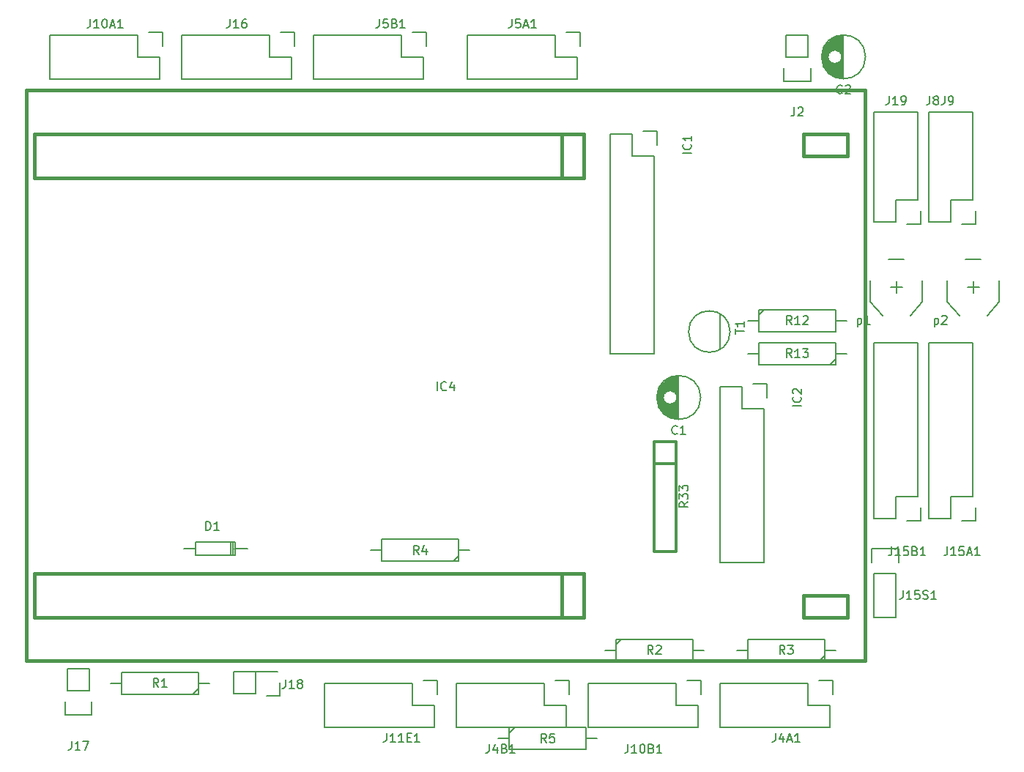
<source format=gbr>
G04 #@! TF.FileFunction,Legend,Top*
%FSLAX46Y46*%
G04 Gerber Fmt 4.6, Leading zero omitted, Abs format (unit mm)*
G04 Created by KiCad (PCBNEW 4.0.2-stable) date 14/07/2016 11:44:37*
%MOMM*%
G01*
G04 APERTURE LIST*
%ADD10C,0.100000*%
%ADD11C,0.381000*%
%ADD12C,0.150000*%
%ADD13C,0.317500*%
%ADD14C,0.304800*%
%ADD15C,0.203200*%
G04 APERTURE END LIST*
D10*
D11*
X201370000Y-106680000D02*
X196290000Y-106680000D01*
X201370000Y-109220000D02*
X201370000Y-106680000D01*
X196290000Y-109220000D02*
X201370000Y-109220000D01*
X196290000Y-106680000D02*
X196290000Y-109220000D01*
X196290000Y-53340000D02*
X196290000Y-55880000D01*
X196290000Y-55880000D02*
X201370000Y-55880000D01*
X201370000Y-55880000D02*
X201370000Y-53340000D01*
X201370000Y-53340000D02*
X196290000Y-53340000D01*
X107390000Y-104140000D02*
X170890000Y-104140000D01*
X170890000Y-104140000D02*
X170890000Y-109220000D01*
X107390000Y-104140000D02*
X107390000Y-109220000D01*
X107390000Y-109220000D02*
X170890000Y-109220000D01*
X168338500Y-104140000D02*
X168338500Y-109220000D01*
X168338500Y-53340000D02*
X168338500Y-58420000D01*
X107390000Y-58420000D02*
X170890000Y-58420000D01*
X203440000Y-48280000D02*
X106440000Y-48280000D01*
X106440000Y-114280000D02*
X203440000Y-114280000D01*
X203440000Y-114280000D02*
X203440000Y-48280000D01*
X106440000Y-114280000D02*
X106440000Y-48280000D01*
X107390000Y-53340000D02*
X107390000Y-58420000D01*
X170890000Y-53340000D02*
X170890000Y-58420000D01*
X107390000Y-53340000D02*
X170890000Y-53340000D01*
D12*
X181805000Y-86319000D02*
X181805000Y-81321000D01*
X181665000Y-86311000D02*
X181665000Y-83974000D01*
X181665000Y-83666000D02*
X181665000Y-81329000D01*
X181525000Y-86295000D02*
X181525000Y-84293000D01*
X181525000Y-83347000D02*
X181525000Y-81345000D01*
X181385000Y-86271000D02*
X181385000Y-84440000D01*
X181385000Y-83200000D02*
X181385000Y-81369000D01*
X181245000Y-86238000D02*
X181245000Y-84532000D01*
X181245000Y-83108000D02*
X181245000Y-81402000D01*
X181105000Y-86197000D02*
X181105000Y-84588000D01*
X181105000Y-83052000D02*
X181105000Y-81443000D01*
X180965000Y-86147000D02*
X180965000Y-84615000D01*
X180965000Y-83025000D02*
X180965000Y-81493000D01*
X180825000Y-86086000D02*
X180825000Y-84618000D01*
X180825000Y-83022000D02*
X180825000Y-81554000D01*
X180685000Y-86016000D02*
X180685000Y-84596000D01*
X180685000Y-83044000D02*
X180685000Y-81624000D01*
X180545000Y-85934000D02*
X180545000Y-84546000D01*
X180545000Y-83094000D02*
X180545000Y-81706000D01*
X180405000Y-85839000D02*
X180405000Y-84464000D01*
X180405000Y-83176000D02*
X180405000Y-81801000D01*
X180265000Y-85728000D02*
X180265000Y-84332000D01*
X180265000Y-83308000D02*
X180265000Y-81912000D01*
X180125000Y-85600000D02*
X180125000Y-84085000D01*
X180125000Y-83555000D02*
X180125000Y-82040000D01*
X179985000Y-85451000D02*
X179985000Y-82189000D01*
X179845000Y-85272000D02*
X179845000Y-82368000D01*
X179705000Y-85053000D02*
X179705000Y-82587000D01*
X179565000Y-84764000D02*
X179565000Y-82876000D01*
X179425000Y-84292000D02*
X179425000Y-83348000D01*
X181680000Y-83820000D02*
G75*
G03X181680000Y-83820000I-800000J0D01*
G01*
X184417500Y-83820000D02*
G75*
G03X184417500Y-83820000I-2537500J0D01*
G01*
X200855000Y-46949000D02*
X200855000Y-41951000D01*
X200715000Y-46941000D02*
X200715000Y-44604000D01*
X200715000Y-44296000D02*
X200715000Y-41959000D01*
X200575000Y-46925000D02*
X200575000Y-44923000D01*
X200575000Y-43977000D02*
X200575000Y-41975000D01*
X200435000Y-46901000D02*
X200435000Y-45070000D01*
X200435000Y-43830000D02*
X200435000Y-41999000D01*
X200295000Y-46868000D02*
X200295000Y-45162000D01*
X200295000Y-43738000D02*
X200295000Y-42032000D01*
X200155000Y-46827000D02*
X200155000Y-45218000D01*
X200155000Y-43682000D02*
X200155000Y-42073000D01*
X200015000Y-46777000D02*
X200015000Y-45245000D01*
X200015000Y-43655000D02*
X200015000Y-42123000D01*
X199875000Y-46716000D02*
X199875000Y-45248000D01*
X199875000Y-43652000D02*
X199875000Y-42184000D01*
X199735000Y-46646000D02*
X199735000Y-45226000D01*
X199735000Y-43674000D02*
X199735000Y-42254000D01*
X199595000Y-46564000D02*
X199595000Y-45176000D01*
X199595000Y-43724000D02*
X199595000Y-42336000D01*
X199455000Y-46469000D02*
X199455000Y-45094000D01*
X199455000Y-43806000D02*
X199455000Y-42431000D01*
X199315000Y-46358000D02*
X199315000Y-44962000D01*
X199315000Y-43938000D02*
X199315000Y-42542000D01*
X199175000Y-46230000D02*
X199175000Y-44715000D01*
X199175000Y-44185000D02*
X199175000Y-42670000D01*
X199035000Y-46081000D02*
X199035000Y-42819000D01*
X198895000Y-45902000D02*
X198895000Y-42998000D01*
X198755000Y-45683000D02*
X198755000Y-43217000D01*
X198615000Y-45394000D02*
X198615000Y-43506000D01*
X198475000Y-44922000D02*
X198475000Y-43978000D01*
X200730000Y-44450000D02*
G75*
G03X200730000Y-44450000I-800000J0D01*
G01*
X203467500Y-44450000D02*
G75*
G03X203467500Y-44450000I-2537500J0D01*
G01*
X126044000Y-101250000D02*
X124647000Y-101250000D01*
X130489000Y-101250000D02*
X132013000Y-101250000D01*
X130108000Y-102012000D02*
X130108000Y-100488000D01*
X130362000Y-102012000D02*
X130362000Y-100488000D01*
X130616000Y-101250000D02*
X130616000Y-100488000D01*
X130616000Y-100488000D02*
X126044000Y-100488000D01*
X126044000Y-100488000D02*
X126044000Y-102012000D01*
X126044000Y-102012000D02*
X130616000Y-102012000D01*
X130616000Y-102012000D02*
X130616000Y-101250000D01*
X173990000Y-78740000D02*
X173990000Y-53340000D01*
X179070000Y-55880000D02*
X179070000Y-78740000D01*
X173990000Y-78740000D02*
X179070000Y-78740000D01*
X173990000Y-53340000D02*
X176530000Y-53340000D01*
X179350000Y-54610000D02*
X179350000Y-53060000D01*
X176530000Y-53340000D02*
X176530000Y-55880000D01*
X176530000Y-55880000D02*
X179070000Y-55880000D01*
X179350000Y-53060000D02*
X177800000Y-53060000D01*
X186690000Y-102870000D02*
X186690000Y-82550000D01*
X191770000Y-85090000D02*
X191770000Y-102870000D01*
X186690000Y-102870000D02*
X191770000Y-102870000D01*
X186690000Y-82550000D02*
X189230000Y-82550000D01*
X192050000Y-83820000D02*
X192050000Y-82270000D01*
X189230000Y-82550000D02*
X189230000Y-85090000D01*
X189230000Y-85090000D02*
X191770000Y-85090000D01*
X192050000Y-82270000D02*
X190500000Y-82270000D01*
X194310000Y-44450000D02*
X194310000Y-41910000D01*
X194030000Y-47270000D02*
X194030000Y-45720000D01*
X194310000Y-44450000D02*
X196850000Y-44450000D01*
X197130000Y-45720000D02*
X197130000Y-47270000D01*
X197130000Y-47270000D02*
X194030000Y-47270000D01*
X196850000Y-44450000D02*
X196850000Y-41910000D01*
X196850000Y-41910000D02*
X194310000Y-41910000D01*
X199390000Y-121920000D02*
X186690000Y-121920000D01*
X186690000Y-121920000D02*
X186690000Y-116840000D01*
X186690000Y-116840000D02*
X196850000Y-116840000D01*
X199390000Y-121920000D02*
X199390000Y-119380000D01*
X199670000Y-118110000D02*
X199670000Y-116560000D01*
X199390000Y-119380000D02*
X196850000Y-119380000D01*
X196850000Y-119380000D02*
X196850000Y-116840000D01*
X199670000Y-116560000D02*
X198120000Y-116560000D01*
X168910000Y-121920000D02*
X156210000Y-121920000D01*
X156210000Y-121920000D02*
X156210000Y-116840000D01*
X156210000Y-116840000D02*
X166370000Y-116840000D01*
X168910000Y-121920000D02*
X168910000Y-119380000D01*
X169190000Y-118110000D02*
X169190000Y-116560000D01*
X168910000Y-119380000D02*
X166370000Y-119380000D01*
X166370000Y-119380000D02*
X166370000Y-116840000D01*
X169190000Y-116560000D02*
X167640000Y-116560000D01*
X170180000Y-46990000D02*
X157480000Y-46990000D01*
X157480000Y-46990000D02*
X157480000Y-41910000D01*
X157480000Y-41910000D02*
X167640000Y-41910000D01*
X170180000Y-46990000D02*
X170180000Y-44450000D01*
X170460000Y-43180000D02*
X170460000Y-41630000D01*
X170180000Y-44450000D02*
X167640000Y-44450000D01*
X167640000Y-44450000D02*
X167640000Y-41910000D01*
X170460000Y-41630000D02*
X168910000Y-41630000D01*
X152400000Y-46990000D02*
X139700000Y-46990000D01*
X139700000Y-46990000D02*
X139700000Y-41910000D01*
X139700000Y-41910000D02*
X149860000Y-41910000D01*
X152400000Y-46990000D02*
X152400000Y-44450000D01*
X152680000Y-43180000D02*
X152680000Y-41630000D01*
X152400000Y-44450000D02*
X149860000Y-44450000D01*
X149860000Y-44450000D02*
X149860000Y-41910000D01*
X152680000Y-41630000D02*
X151130000Y-41630000D01*
X210820000Y-63500000D02*
X210820000Y-50800000D01*
X210820000Y-50800000D02*
X215900000Y-50800000D01*
X215900000Y-50800000D02*
X215900000Y-60960000D01*
X210820000Y-63500000D02*
X213360000Y-63500000D01*
X214630000Y-63780000D02*
X216180000Y-63780000D01*
X213360000Y-63500000D02*
X213360000Y-60960000D01*
X213360000Y-60960000D02*
X215900000Y-60960000D01*
X216180000Y-63780000D02*
X216180000Y-62230000D01*
X121920000Y-46990000D02*
X109220000Y-46990000D01*
X109220000Y-46990000D02*
X109220000Y-41910000D01*
X109220000Y-41910000D02*
X119380000Y-41910000D01*
X121920000Y-46990000D02*
X121920000Y-44450000D01*
X122200000Y-43180000D02*
X122200000Y-41630000D01*
X121920000Y-44450000D02*
X119380000Y-44450000D01*
X119380000Y-44450000D02*
X119380000Y-41910000D01*
X122200000Y-41630000D02*
X120650000Y-41630000D01*
X184150000Y-121920000D02*
X171450000Y-121920000D01*
X171450000Y-121920000D02*
X171450000Y-116840000D01*
X171450000Y-116840000D02*
X181610000Y-116840000D01*
X184150000Y-121920000D02*
X184150000Y-119380000D01*
X184430000Y-118110000D02*
X184430000Y-116560000D01*
X184150000Y-119380000D02*
X181610000Y-119380000D01*
X181610000Y-119380000D02*
X181610000Y-116840000D01*
X184430000Y-116560000D02*
X182880000Y-116560000D01*
X153670000Y-121920000D02*
X140970000Y-121920000D01*
X140970000Y-121920000D02*
X140970000Y-116840000D01*
X140970000Y-116840000D02*
X151130000Y-116840000D01*
X153670000Y-121920000D02*
X153670000Y-119380000D01*
X153950000Y-118110000D02*
X153950000Y-116560000D01*
X153670000Y-119380000D02*
X151130000Y-119380000D01*
X151130000Y-119380000D02*
X151130000Y-116840000D01*
X153950000Y-116560000D02*
X152400000Y-116560000D01*
X210820000Y-77470000D02*
X210820000Y-97790000D01*
X215900000Y-95250000D02*
X215900000Y-77470000D01*
X210820000Y-77470000D02*
X215900000Y-77470000D01*
X210820000Y-97790000D02*
X213360000Y-97790000D01*
X214630000Y-98070000D02*
X216180000Y-98070000D01*
X213360000Y-97790000D02*
X213360000Y-95250000D01*
X213360000Y-95250000D02*
X215900000Y-95250000D01*
X216180000Y-98070000D02*
X216180000Y-96520000D01*
X204470000Y-77470000D02*
X204470000Y-97790000D01*
X209550000Y-95250000D02*
X209550000Y-77470000D01*
X204470000Y-77470000D02*
X209550000Y-77470000D01*
X204470000Y-97790000D02*
X207010000Y-97790000D01*
X208280000Y-98070000D02*
X209830000Y-98070000D01*
X207010000Y-97790000D02*
X207010000Y-95250000D01*
X207010000Y-95250000D02*
X209550000Y-95250000D01*
X209830000Y-98070000D02*
X209830000Y-96520000D01*
X204470000Y-104140000D02*
X204470000Y-109220000D01*
X204470000Y-109220000D02*
X207010000Y-109220000D01*
X207010000Y-109220000D02*
X207010000Y-104140000D01*
X207290000Y-101320000D02*
X207290000Y-102870000D01*
X207010000Y-104140000D02*
X204470000Y-104140000D01*
X204190000Y-102870000D02*
X204190000Y-101320000D01*
X204190000Y-101320000D02*
X207290000Y-101320000D01*
X137160000Y-46990000D02*
X124460000Y-46990000D01*
X124460000Y-46990000D02*
X124460000Y-41910000D01*
X124460000Y-41910000D02*
X134620000Y-41910000D01*
X137160000Y-46990000D02*
X137160000Y-44450000D01*
X137440000Y-43180000D02*
X137440000Y-41630000D01*
X137160000Y-44450000D02*
X134620000Y-44450000D01*
X134620000Y-44450000D02*
X134620000Y-41910000D01*
X137440000Y-41630000D02*
X135890000Y-41630000D01*
X111230000Y-117730000D02*
X111230000Y-115190000D01*
X110950000Y-120550000D02*
X110950000Y-119000000D01*
X111230000Y-117730000D02*
X113770000Y-117730000D01*
X114050000Y-119000000D02*
X114050000Y-120550000D01*
X114050000Y-120550000D02*
X110950000Y-120550000D01*
X113770000Y-117730000D02*
X113770000Y-115190000D01*
X113770000Y-115190000D02*
X111230000Y-115190000D01*
X204470000Y-63500000D02*
X204470000Y-50800000D01*
X204470000Y-50800000D02*
X209550000Y-50800000D01*
X209550000Y-50800000D02*
X209550000Y-60960000D01*
X204470000Y-63500000D02*
X207010000Y-63500000D01*
X208280000Y-63780000D02*
X209830000Y-63780000D01*
X207010000Y-63500000D02*
X207010000Y-60960000D01*
X207010000Y-60960000D02*
X209550000Y-60960000D01*
X209830000Y-63780000D02*
X209830000Y-62230000D01*
D13*
X181610000Y-88900000D02*
X181610000Y-101600000D01*
X179070000Y-101600000D02*
X179070000Y-88900000D01*
D14*
X181610000Y-91440000D02*
X179070000Y-91440000D01*
D13*
X181610000Y-101600000D02*
X179070000Y-101600000D01*
D14*
X179070000Y-88900000D02*
X181610000Y-88900000D01*
D12*
X126365000Y-118110000D02*
X126365000Y-115570000D01*
X126365000Y-115570000D02*
X117475000Y-115570000D01*
X117475000Y-115570000D02*
X117475000Y-118110000D01*
X117475000Y-118110000D02*
X126365000Y-118110000D01*
X126365000Y-117475000D02*
X125730000Y-118110000D01*
X126365000Y-116840000D02*
X127635000Y-116840000D01*
X117475000Y-116840000D02*
X116205000Y-116840000D01*
X198755000Y-114300000D02*
X198755000Y-111760000D01*
X198755000Y-111760000D02*
X189865000Y-111760000D01*
X189865000Y-111760000D02*
X189865000Y-114300000D01*
X189865000Y-114300000D02*
X198755000Y-114300000D01*
X198755000Y-113665000D02*
X198120000Y-114300000D01*
X198755000Y-113030000D02*
X200025000Y-113030000D01*
X189865000Y-113030000D02*
X188595000Y-113030000D01*
X162305000Y-121980000D02*
X162305000Y-124520000D01*
X162305000Y-124520000D02*
X171195000Y-124520000D01*
X171195000Y-124520000D02*
X171195000Y-121980000D01*
X171195000Y-121980000D02*
X162305000Y-121980000D01*
X162305000Y-122615000D02*
X162940000Y-121980000D01*
X162305000Y-123250000D02*
X161035000Y-123250000D01*
X171195000Y-123250000D02*
X172465000Y-123250000D01*
X200025000Y-80010000D02*
X200025000Y-77470000D01*
X200025000Y-77470000D02*
X191135000Y-77470000D01*
X191135000Y-77470000D02*
X191135000Y-80010000D01*
X191135000Y-80010000D02*
X200025000Y-80010000D01*
X200025000Y-79375000D02*
X199390000Y-80010000D01*
X200025000Y-78740000D02*
X201295000Y-78740000D01*
X191135000Y-78740000D02*
X189865000Y-78740000D01*
X156445000Y-102770000D02*
X156445000Y-100230000D01*
X156445000Y-100230000D02*
X147555000Y-100230000D01*
X147555000Y-100230000D02*
X147555000Y-102770000D01*
X147555000Y-102770000D02*
X156445000Y-102770000D01*
X156445000Y-102135000D02*
X155810000Y-102770000D01*
X156445000Y-101500000D02*
X157715000Y-101500000D01*
X147555000Y-101500000D02*
X146285000Y-101500000D01*
X174625000Y-111760000D02*
X174625000Y-114300000D01*
X174625000Y-114300000D02*
X183515000Y-114300000D01*
X183515000Y-114300000D02*
X183515000Y-111760000D01*
X183515000Y-111760000D02*
X174625000Y-111760000D01*
X174625000Y-112395000D02*
X175260000Y-111760000D01*
X174625000Y-113030000D02*
X173355000Y-113030000D01*
X183515000Y-113030000D02*
X184785000Y-113030000D01*
X191135000Y-73660000D02*
X191135000Y-76200000D01*
X191135000Y-76200000D02*
X200025000Y-76200000D01*
X200025000Y-76200000D02*
X200025000Y-73660000D01*
X200025000Y-73660000D02*
X191135000Y-73660000D01*
X191135000Y-74295000D02*
X191770000Y-73660000D01*
X191135000Y-74930000D02*
X189865000Y-74930000D01*
X200025000Y-74930000D02*
X201295000Y-74930000D01*
X216839800Y-67828160D02*
X215041480Y-67828160D01*
X215940640Y-70378320D02*
X215940640Y-71780400D01*
X216641680Y-71079360D02*
X215239600Y-71079360D01*
X214340440Y-74330560D02*
X212940900Y-72778620D01*
X212940900Y-72778620D02*
X212940900Y-70279260D01*
X217540840Y-74330560D02*
X218940380Y-72778620D01*
X218940380Y-72778620D02*
X218940380Y-70279260D01*
X207949800Y-67828160D02*
X206151480Y-67828160D01*
X207050640Y-70378320D02*
X207050640Y-71780400D01*
X207751680Y-71079360D02*
X206349600Y-71079360D01*
X205450440Y-74330560D02*
X204050900Y-72778620D01*
X204050900Y-72778620D02*
X204050900Y-70279260D01*
X208650840Y-74330560D02*
X210050380Y-72778620D01*
X210050380Y-72778620D02*
X210050380Y-70279260D01*
X135800000Y-116750000D02*
X135800000Y-118300000D01*
X134250000Y-118300000D02*
X135800000Y-118300000D01*
X135520000Y-115480000D02*
X132980000Y-115480000D01*
X130440000Y-118020000D02*
X132980000Y-118020000D01*
X132980000Y-118020000D02*
X132980000Y-115480000D01*
X132980000Y-115480000D02*
X130440000Y-115480000D01*
X130440000Y-115480000D02*
X130440000Y-118020000D01*
X186690000Y-78232000D02*
X186690000Y-74168000D01*
X187816231Y-76200000D02*
G75*
G03X187816231Y-76200000I-2396231J0D01*
G01*
D15*
X153948191Y-83009619D02*
X153948191Y-81993619D01*
X155012572Y-82912857D02*
X154964191Y-82961238D01*
X154819048Y-83009619D01*
X154722286Y-83009619D01*
X154577144Y-82961238D01*
X154480382Y-82864476D01*
X154432001Y-82767714D01*
X154383620Y-82574190D01*
X154383620Y-82429048D01*
X154432001Y-82235524D01*
X154480382Y-82138762D01*
X154577144Y-82042000D01*
X154722286Y-81993619D01*
X154819048Y-81993619D01*
X154964191Y-82042000D01*
X155012572Y-82090381D01*
X155883429Y-82332286D02*
X155883429Y-83009619D01*
X155641525Y-81945238D02*
X155399620Y-82670952D01*
X156028572Y-82670952D01*
D12*
X181713334Y-87977143D02*
X181665715Y-88024762D01*
X181522858Y-88072381D01*
X181427620Y-88072381D01*
X181284762Y-88024762D01*
X181189524Y-87929524D01*
X181141905Y-87834286D01*
X181094286Y-87643810D01*
X181094286Y-87500952D01*
X181141905Y-87310476D01*
X181189524Y-87215238D01*
X181284762Y-87120000D01*
X181427620Y-87072381D01*
X181522858Y-87072381D01*
X181665715Y-87120000D01*
X181713334Y-87167619D01*
X182665715Y-88072381D02*
X182094286Y-88072381D01*
X182380000Y-88072381D02*
X182380000Y-87072381D01*
X182284762Y-87215238D01*
X182189524Y-87310476D01*
X182094286Y-87358095D01*
X200763334Y-48607143D02*
X200715715Y-48654762D01*
X200572858Y-48702381D01*
X200477620Y-48702381D01*
X200334762Y-48654762D01*
X200239524Y-48559524D01*
X200191905Y-48464286D01*
X200144286Y-48273810D01*
X200144286Y-48130952D01*
X200191905Y-47940476D01*
X200239524Y-47845238D01*
X200334762Y-47750000D01*
X200477620Y-47702381D01*
X200572858Y-47702381D01*
X200715715Y-47750000D01*
X200763334Y-47797619D01*
X201144286Y-47797619D02*
X201191905Y-47750000D01*
X201287143Y-47702381D01*
X201525239Y-47702381D01*
X201620477Y-47750000D01*
X201668096Y-47797619D01*
X201715715Y-47892857D01*
X201715715Y-47988095D01*
X201668096Y-48130952D01*
X201096667Y-48702381D01*
X201715715Y-48702381D01*
X127241905Y-99162381D02*
X127241905Y-98162381D01*
X127480000Y-98162381D01*
X127622858Y-98210000D01*
X127718096Y-98305238D01*
X127765715Y-98400476D01*
X127813334Y-98590952D01*
X127813334Y-98733810D01*
X127765715Y-98924286D01*
X127718096Y-99019524D01*
X127622858Y-99114762D01*
X127480000Y-99162381D01*
X127241905Y-99162381D01*
X128765715Y-99162381D02*
X128194286Y-99162381D01*
X128480000Y-99162381D02*
X128480000Y-98162381D01*
X128384762Y-98305238D01*
X128289524Y-98400476D01*
X128194286Y-98448095D01*
X183352381Y-55586190D02*
X182352381Y-55586190D01*
X183257143Y-54538571D02*
X183304762Y-54586190D01*
X183352381Y-54729047D01*
X183352381Y-54824285D01*
X183304762Y-54967143D01*
X183209524Y-55062381D01*
X183114286Y-55110000D01*
X182923810Y-55157619D01*
X182780952Y-55157619D01*
X182590476Y-55110000D01*
X182495238Y-55062381D01*
X182400000Y-54967143D01*
X182352381Y-54824285D01*
X182352381Y-54729047D01*
X182400000Y-54586190D01*
X182447619Y-54538571D01*
X183352381Y-53586190D02*
X183352381Y-54157619D01*
X183352381Y-53871905D02*
X182352381Y-53871905D01*
X182495238Y-53967143D01*
X182590476Y-54062381D01*
X182638095Y-54157619D01*
X196052381Y-84796190D02*
X195052381Y-84796190D01*
X195957143Y-83748571D02*
X196004762Y-83796190D01*
X196052381Y-83939047D01*
X196052381Y-84034285D01*
X196004762Y-84177143D01*
X195909524Y-84272381D01*
X195814286Y-84320000D01*
X195623810Y-84367619D01*
X195480952Y-84367619D01*
X195290476Y-84320000D01*
X195195238Y-84272381D01*
X195100000Y-84177143D01*
X195052381Y-84034285D01*
X195052381Y-83939047D01*
X195100000Y-83796190D01*
X195147619Y-83748571D01*
X195147619Y-83367619D02*
X195100000Y-83320000D01*
X195052381Y-83224762D01*
X195052381Y-82986666D01*
X195100000Y-82891428D01*
X195147619Y-82843809D01*
X195242857Y-82796190D01*
X195338095Y-82796190D01*
X195480952Y-82843809D01*
X196052381Y-83415238D01*
X196052381Y-82796190D01*
X195246667Y-50272381D02*
X195246667Y-50986667D01*
X195199047Y-51129524D01*
X195103809Y-51224762D01*
X194960952Y-51272381D01*
X194865714Y-51272381D01*
X195675238Y-50367619D02*
X195722857Y-50320000D01*
X195818095Y-50272381D01*
X196056191Y-50272381D01*
X196151429Y-50320000D01*
X196199048Y-50367619D01*
X196246667Y-50462857D01*
X196246667Y-50558095D01*
X196199048Y-50700952D01*
X195627619Y-51272381D01*
X196246667Y-51272381D01*
X193071905Y-122642381D02*
X193071905Y-123356667D01*
X193024285Y-123499524D01*
X192929047Y-123594762D01*
X192786190Y-123642381D01*
X192690952Y-123642381D01*
X193976667Y-122975714D02*
X193976667Y-123642381D01*
X193738571Y-122594762D02*
X193500476Y-123309048D01*
X194119524Y-123309048D01*
X194452857Y-123356667D02*
X194929048Y-123356667D01*
X194357619Y-123642381D02*
X194690952Y-122642381D01*
X195024286Y-123642381D01*
X195881429Y-123642381D02*
X195310000Y-123642381D01*
X195595714Y-123642381D02*
X195595714Y-122642381D01*
X195500476Y-122785238D01*
X195405238Y-122880476D01*
X195310000Y-122928095D01*
X159980477Y-123912381D02*
X159980477Y-124626667D01*
X159932857Y-124769524D01*
X159837619Y-124864762D01*
X159694762Y-124912381D01*
X159599524Y-124912381D01*
X160885239Y-124245714D02*
X160885239Y-124912381D01*
X160647143Y-123864762D02*
X160409048Y-124579048D01*
X161028096Y-124579048D01*
X161742382Y-124388571D02*
X161885239Y-124436190D01*
X161932858Y-124483810D01*
X161980477Y-124579048D01*
X161980477Y-124721905D01*
X161932858Y-124817143D01*
X161885239Y-124864762D01*
X161790001Y-124912381D01*
X161409048Y-124912381D01*
X161409048Y-123912381D01*
X161742382Y-123912381D01*
X161837620Y-123960000D01*
X161885239Y-124007619D01*
X161932858Y-124102857D01*
X161932858Y-124198095D01*
X161885239Y-124293333D01*
X161837620Y-124340952D01*
X161742382Y-124388571D01*
X161409048Y-124388571D01*
X162932858Y-124912381D02*
X162361429Y-124912381D01*
X162647143Y-124912381D02*
X162647143Y-123912381D01*
X162551905Y-124055238D01*
X162456667Y-124150476D01*
X162361429Y-124198095D01*
X162591905Y-40092381D02*
X162591905Y-40806667D01*
X162544285Y-40949524D01*
X162449047Y-41044762D01*
X162306190Y-41092381D01*
X162210952Y-41092381D01*
X163544286Y-40092381D02*
X163068095Y-40092381D01*
X163020476Y-40568571D01*
X163068095Y-40520952D01*
X163163333Y-40473333D01*
X163401429Y-40473333D01*
X163496667Y-40520952D01*
X163544286Y-40568571D01*
X163591905Y-40663810D01*
X163591905Y-40901905D01*
X163544286Y-40997143D01*
X163496667Y-41044762D01*
X163401429Y-41092381D01*
X163163333Y-41092381D01*
X163068095Y-41044762D01*
X163020476Y-40997143D01*
X163972857Y-40806667D02*
X164449048Y-40806667D01*
X163877619Y-41092381D02*
X164210952Y-40092381D01*
X164544286Y-41092381D01*
X165401429Y-41092381D02*
X164830000Y-41092381D01*
X165115714Y-41092381D02*
X165115714Y-40092381D01*
X165020476Y-40235238D01*
X164925238Y-40330476D01*
X164830000Y-40378095D01*
X147280477Y-40092381D02*
X147280477Y-40806667D01*
X147232857Y-40949524D01*
X147137619Y-41044762D01*
X146994762Y-41092381D01*
X146899524Y-41092381D01*
X148232858Y-40092381D02*
X147756667Y-40092381D01*
X147709048Y-40568571D01*
X147756667Y-40520952D01*
X147851905Y-40473333D01*
X148090001Y-40473333D01*
X148185239Y-40520952D01*
X148232858Y-40568571D01*
X148280477Y-40663810D01*
X148280477Y-40901905D01*
X148232858Y-40997143D01*
X148185239Y-41044762D01*
X148090001Y-41092381D01*
X147851905Y-41092381D01*
X147756667Y-41044762D01*
X147709048Y-40997143D01*
X149042382Y-40568571D02*
X149185239Y-40616190D01*
X149232858Y-40663810D01*
X149280477Y-40759048D01*
X149280477Y-40901905D01*
X149232858Y-40997143D01*
X149185239Y-41044762D01*
X149090001Y-41092381D01*
X148709048Y-41092381D01*
X148709048Y-40092381D01*
X149042382Y-40092381D01*
X149137620Y-40140000D01*
X149185239Y-40187619D01*
X149232858Y-40282857D01*
X149232858Y-40378095D01*
X149185239Y-40473333D01*
X149137620Y-40520952D01*
X149042382Y-40568571D01*
X148709048Y-40568571D01*
X150232858Y-41092381D02*
X149661429Y-41092381D01*
X149947143Y-41092381D02*
X149947143Y-40092381D01*
X149851905Y-40235238D01*
X149756667Y-40330476D01*
X149661429Y-40378095D01*
X210899524Y-48982381D02*
X210899524Y-49696667D01*
X210851904Y-49839524D01*
X210756666Y-49934762D01*
X210613809Y-49982381D01*
X210518571Y-49982381D01*
X211518571Y-49410952D02*
X211423333Y-49363333D01*
X211375714Y-49315714D01*
X211328095Y-49220476D01*
X211328095Y-49172857D01*
X211375714Y-49077619D01*
X211423333Y-49030000D01*
X211518571Y-48982381D01*
X211709048Y-48982381D01*
X211804286Y-49030000D01*
X211851905Y-49077619D01*
X211899524Y-49172857D01*
X211899524Y-49220476D01*
X211851905Y-49315714D01*
X211804286Y-49363333D01*
X211709048Y-49410952D01*
X211518571Y-49410952D01*
X211423333Y-49458571D01*
X211375714Y-49506190D01*
X211328095Y-49601429D01*
X211328095Y-49791905D01*
X211375714Y-49887143D01*
X211423333Y-49934762D01*
X211518571Y-49982381D01*
X211709048Y-49982381D01*
X211804286Y-49934762D01*
X211851905Y-49887143D01*
X211899524Y-49791905D01*
X211899524Y-49601429D01*
X211851905Y-49506190D01*
X211804286Y-49458571D01*
X211709048Y-49410952D01*
X212613810Y-48982381D02*
X212613810Y-49696667D01*
X212566190Y-49839524D01*
X212470952Y-49934762D01*
X212328095Y-49982381D01*
X212232857Y-49982381D01*
X213137619Y-49982381D02*
X213328095Y-49982381D01*
X213423334Y-49934762D01*
X213470953Y-49887143D01*
X213566191Y-49744286D01*
X213613810Y-49553810D01*
X213613810Y-49172857D01*
X213566191Y-49077619D01*
X213518572Y-49030000D01*
X213423334Y-48982381D01*
X213232857Y-48982381D01*
X213137619Y-49030000D01*
X213090000Y-49077619D01*
X213042381Y-49172857D01*
X213042381Y-49410952D01*
X213090000Y-49506190D01*
X213137619Y-49553810D01*
X213232857Y-49601429D01*
X213423334Y-49601429D01*
X213518572Y-49553810D01*
X213566191Y-49506190D01*
X213613810Y-49410952D01*
X113855715Y-40092381D02*
X113855715Y-40806667D01*
X113808095Y-40949524D01*
X113712857Y-41044762D01*
X113570000Y-41092381D01*
X113474762Y-41092381D01*
X114855715Y-41092381D02*
X114284286Y-41092381D01*
X114570000Y-41092381D02*
X114570000Y-40092381D01*
X114474762Y-40235238D01*
X114379524Y-40330476D01*
X114284286Y-40378095D01*
X115474762Y-40092381D02*
X115570001Y-40092381D01*
X115665239Y-40140000D01*
X115712858Y-40187619D01*
X115760477Y-40282857D01*
X115808096Y-40473333D01*
X115808096Y-40711429D01*
X115760477Y-40901905D01*
X115712858Y-40997143D01*
X115665239Y-41044762D01*
X115570001Y-41092381D01*
X115474762Y-41092381D01*
X115379524Y-41044762D01*
X115331905Y-40997143D01*
X115284286Y-40901905D01*
X115236667Y-40711429D01*
X115236667Y-40473333D01*
X115284286Y-40282857D01*
X115331905Y-40187619D01*
X115379524Y-40140000D01*
X115474762Y-40092381D01*
X116189048Y-40806667D02*
X116665239Y-40806667D01*
X116093810Y-41092381D02*
X116427143Y-40092381D01*
X116760477Y-41092381D01*
X117617620Y-41092381D02*
X117046191Y-41092381D01*
X117331905Y-41092381D02*
X117331905Y-40092381D01*
X117236667Y-40235238D01*
X117141429Y-40330476D01*
X117046191Y-40378095D01*
X176014286Y-123912381D02*
X176014286Y-124626667D01*
X175966666Y-124769524D01*
X175871428Y-124864762D01*
X175728571Y-124912381D01*
X175633333Y-124912381D01*
X177014286Y-124912381D02*
X176442857Y-124912381D01*
X176728571Y-124912381D02*
X176728571Y-123912381D01*
X176633333Y-124055238D01*
X176538095Y-124150476D01*
X176442857Y-124198095D01*
X177633333Y-123912381D02*
X177728572Y-123912381D01*
X177823810Y-123960000D01*
X177871429Y-124007619D01*
X177919048Y-124102857D01*
X177966667Y-124293333D01*
X177966667Y-124531429D01*
X177919048Y-124721905D01*
X177871429Y-124817143D01*
X177823810Y-124864762D01*
X177728572Y-124912381D01*
X177633333Y-124912381D01*
X177538095Y-124864762D01*
X177490476Y-124817143D01*
X177442857Y-124721905D01*
X177395238Y-124531429D01*
X177395238Y-124293333D01*
X177442857Y-124102857D01*
X177490476Y-124007619D01*
X177538095Y-123960000D01*
X177633333Y-123912381D01*
X178728572Y-124388571D02*
X178871429Y-124436190D01*
X178919048Y-124483810D01*
X178966667Y-124579048D01*
X178966667Y-124721905D01*
X178919048Y-124817143D01*
X178871429Y-124864762D01*
X178776191Y-124912381D01*
X178395238Y-124912381D01*
X178395238Y-123912381D01*
X178728572Y-123912381D01*
X178823810Y-123960000D01*
X178871429Y-124007619D01*
X178919048Y-124102857D01*
X178919048Y-124198095D01*
X178871429Y-124293333D01*
X178823810Y-124340952D01*
X178728572Y-124388571D01*
X178395238Y-124388571D01*
X179919048Y-124912381D02*
X179347619Y-124912381D01*
X179633333Y-124912381D02*
X179633333Y-123912381D01*
X179538095Y-124055238D01*
X179442857Y-124150476D01*
X179347619Y-124198095D01*
X148121905Y-122642381D02*
X148121905Y-123356667D01*
X148074285Y-123499524D01*
X147979047Y-123594762D01*
X147836190Y-123642381D01*
X147740952Y-123642381D01*
X149121905Y-123642381D02*
X148550476Y-123642381D01*
X148836190Y-123642381D02*
X148836190Y-122642381D01*
X148740952Y-122785238D01*
X148645714Y-122880476D01*
X148550476Y-122928095D01*
X150074286Y-123642381D02*
X149502857Y-123642381D01*
X149788571Y-123642381D02*
X149788571Y-122642381D01*
X149693333Y-122785238D01*
X149598095Y-122880476D01*
X149502857Y-122928095D01*
X150502857Y-123118571D02*
X150836191Y-123118571D01*
X150979048Y-123642381D02*
X150502857Y-123642381D01*
X150502857Y-122642381D01*
X150979048Y-122642381D01*
X151931429Y-123642381D02*
X151360000Y-123642381D01*
X151645714Y-123642381D02*
X151645714Y-122642381D01*
X151550476Y-122785238D01*
X151455238Y-122880476D01*
X151360000Y-122928095D01*
X212915715Y-101072381D02*
X212915715Y-101786667D01*
X212868095Y-101929524D01*
X212772857Y-102024762D01*
X212630000Y-102072381D01*
X212534762Y-102072381D01*
X213915715Y-102072381D02*
X213344286Y-102072381D01*
X213630000Y-102072381D02*
X213630000Y-101072381D01*
X213534762Y-101215238D01*
X213439524Y-101310476D01*
X213344286Y-101358095D01*
X214820477Y-101072381D02*
X214344286Y-101072381D01*
X214296667Y-101548571D01*
X214344286Y-101500952D01*
X214439524Y-101453333D01*
X214677620Y-101453333D01*
X214772858Y-101500952D01*
X214820477Y-101548571D01*
X214868096Y-101643810D01*
X214868096Y-101881905D01*
X214820477Y-101977143D01*
X214772858Y-102024762D01*
X214677620Y-102072381D01*
X214439524Y-102072381D01*
X214344286Y-102024762D01*
X214296667Y-101977143D01*
X215249048Y-101786667D02*
X215725239Y-101786667D01*
X215153810Y-102072381D02*
X215487143Y-101072381D01*
X215820477Y-102072381D01*
X216677620Y-102072381D02*
X216106191Y-102072381D01*
X216391905Y-102072381D02*
X216391905Y-101072381D01*
X216296667Y-101215238D01*
X216201429Y-101310476D01*
X216106191Y-101358095D01*
X206494286Y-101072381D02*
X206494286Y-101786667D01*
X206446666Y-101929524D01*
X206351428Y-102024762D01*
X206208571Y-102072381D01*
X206113333Y-102072381D01*
X207494286Y-102072381D02*
X206922857Y-102072381D01*
X207208571Y-102072381D02*
X207208571Y-101072381D01*
X207113333Y-101215238D01*
X207018095Y-101310476D01*
X206922857Y-101358095D01*
X208399048Y-101072381D02*
X207922857Y-101072381D01*
X207875238Y-101548571D01*
X207922857Y-101500952D01*
X208018095Y-101453333D01*
X208256191Y-101453333D01*
X208351429Y-101500952D01*
X208399048Y-101548571D01*
X208446667Y-101643810D01*
X208446667Y-101881905D01*
X208399048Y-101977143D01*
X208351429Y-102024762D01*
X208256191Y-102072381D01*
X208018095Y-102072381D01*
X207922857Y-102024762D01*
X207875238Y-101977143D01*
X209208572Y-101548571D02*
X209351429Y-101596190D01*
X209399048Y-101643810D01*
X209446667Y-101739048D01*
X209446667Y-101881905D01*
X209399048Y-101977143D01*
X209351429Y-102024762D01*
X209256191Y-102072381D01*
X208875238Y-102072381D01*
X208875238Y-101072381D01*
X209208572Y-101072381D01*
X209303810Y-101120000D01*
X209351429Y-101167619D01*
X209399048Y-101262857D01*
X209399048Y-101358095D01*
X209351429Y-101453333D01*
X209303810Y-101500952D01*
X209208572Y-101548571D01*
X208875238Y-101548571D01*
X210399048Y-102072381D02*
X209827619Y-102072381D01*
X210113333Y-102072381D02*
X210113333Y-101072381D01*
X210018095Y-101215238D01*
X209922857Y-101310476D01*
X209827619Y-101358095D01*
X207788096Y-106132381D02*
X207788096Y-106846667D01*
X207740476Y-106989524D01*
X207645238Y-107084762D01*
X207502381Y-107132381D01*
X207407143Y-107132381D01*
X208788096Y-107132381D02*
X208216667Y-107132381D01*
X208502381Y-107132381D02*
X208502381Y-106132381D01*
X208407143Y-106275238D01*
X208311905Y-106370476D01*
X208216667Y-106418095D01*
X209692858Y-106132381D02*
X209216667Y-106132381D01*
X209169048Y-106608571D01*
X209216667Y-106560952D01*
X209311905Y-106513333D01*
X209550001Y-106513333D01*
X209645239Y-106560952D01*
X209692858Y-106608571D01*
X209740477Y-106703810D01*
X209740477Y-106941905D01*
X209692858Y-107037143D01*
X209645239Y-107084762D01*
X209550001Y-107132381D01*
X209311905Y-107132381D01*
X209216667Y-107084762D01*
X209169048Y-107037143D01*
X210121429Y-107084762D02*
X210264286Y-107132381D01*
X210502382Y-107132381D01*
X210597620Y-107084762D01*
X210645239Y-107037143D01*
X210692858Y-106941905D01*
X210692858Y-106846667D01*
X210645239Y-106751429D01*
X210597620Y-106703810D01*
X210502382Y-106656190D01*
X210311905Y-106608571D01*
X210216667Y-106560952D01*
X210169048Y-106513333D01*
X210121429Y-106418095D01*
X210121429Y-106322857D01*
X210169048Y-106227619D01*
X210216667Y-106180000D01*
X210311905Y-106132381D01*
X210550001Y-106132381D01*
X210692858Y-106180000D01*
X211645239Y-107132381D02*
X211073810Y-107132381D01*
X211359524Y-107132381D02*
X211359524Y-106132381D01*
X211264286Y-106275238D01*
X211169048Y-106370476D01*
X211073810Y-106418095D01*
X130000477Y-40092381D02*
X130000477Y-40806667D01*
X129952857Y-40949524D01*
X129857619Y-41044762D01*
X129714762Y-41092381D01*
X129619524Y-41092381D01*
X131000477Y-41092381D02*
X130429048Y-41092381D01*
X130714762Y-41092381D02*
X130714762Y-40092381D01*
X130619524Y-40235238D01*
X130524286Y-40330476D01*
X130429048Y-40378095D01*
X131857620Y-40092381D02*
X131667143Y-40092381D01*
X131571905Y-40140000D01*
X131524286Y-40187619D01*
X131429048Y-40330476D01*
X131381429Y-40520952D01*
X131381429Y-40901905D01*
X131429048Y-40997143D01*
X131476667Y-41044762D01*
X131571905Y-41092381D01*
X131762382Y-41092381D01*
X131857620Y-41044762D01*
X131905239Y-40997143D01*
X131952858Y-40901905D01*
X131952858Y-40663810D01*
X131905239Y-40568571D01*
X131857620Y-40520952D01*
X131762382Y-40473333D01*
X131571905Y-40473333D01*
X131476667Y-40520952D01*
X131429048Y-40568571D01*
X131381429Y-40663810D01*
X111690477Y-123552381D02*
X111690477Y-124266667D01*
X111642857Y-124409524D01*
X111547619Y-124504762D01*
X111404762Y-124552381D01*
X111309524Y-124552381D01*
X112690477Y-124552381D02*
X112119048Y-124552381D01*
X112404762Y-124552381D02*
X112404762Y-123552381D01*
X112309524Y-123695238D01*
X112214286Y-123790476D01*
X112119048Y-123838095D01*
X113023810Y-123552381D02*
X113690477Y-123552381D01*
X113261905Y-124552381D01*
X206200477Y-48982381D02*
X206200477Y-49696667D01*
X206152857Y-49839524D01*
X206057619Y-49934762D01*
X205914762Y-49982381D01*
X205819524Y-49982381D01*
X207200477Y-49982381D02*
X206629048Y-49982381D01*
X206914762Y-49982381D02*
X206914762Y-48982381D01*
X206819524Y-49125238D01*
X206724286Y-49220476D01*
X206629048Y-49268095D01*
X207676667Y-49982381D02*
X207867143Y-49982381D01*
X207962382Y-49934762D01*
X208010001Y-49887143D01*
X208105239Y-49744286D01*
X208152858Y-49553810D01*
X208152858Y-49172857D01*
X208105239Y-49077619D01*
X208057620Y-49030000D01*
X207962382Y-48982381D01*
X207771905Y-48982381D01*
X207676667Y-49030000D01*
X207629048Y-49077619D01*
X207581429Y-49172857D01*
X207581429Y-49410952D01*
X207629048Y-49506190D01*
X207676667Y-49553810D01*
X207771905Y-49601429D01*
X207962382Y-49601429D01*
X208057620Y-49553810D01*
X208105239Y-49506190D01*
X208152858Y-49410952D01*
D15*
X182958619Y-95903143D02*
X182474810Y-96241809D01*
X182958619Y-96483714D02*
X181942619Y-96483714D01*
X181942619Y-96096667D01*
X181991000Y-95999905D01*
X182039381Y-95951524D01*
X182136143Y-95903143D01*
X182281286Y-95903143D01*
X182378048Y-95951524D01*
X182426429Y-95999905D01*
X182474810Y-96096667D01*
X182474810Y-96483714D01*
X181942619Y-95564476D02*
X181942619Y-94935524D01*
X182329667Y-95274190D01*
X182329667Y-95129048D01*
X182378048Y-95032286D01*
X182426429Y-94983905D01*
X182523190Y-94935524D01*
X182765095Y-94935524D01*
X182861857Y-94983905D01*
X182910238Y-95032286D01*
X182958619Y-95129048D01*
X182958619Y-95419333D01*
X182910238Y-95516095D01*
X182861857Y-95564476D01*
X181942619Y-94596857D02*
X181942619Y-93967905D01*
X182329667Y-94306571D01*
X182329667Y-94161429D01*
X182378048Y-94064667D01*
X182426429Y-94016286D01*
X182523190Y-93967905D01*
X182765095Y-93967905D01*
X182861857Y-94016286D01*
X182910238Y-94064667D01*
X182958619Y-94161429D01*
X182958619Y-94451714D01*
X182910238Y-94548476D01*
X182861857Y-94596857D01*
D12*
X121753334Y-117292381D02*
X121420000Y-116816190D01*
X121181905Y-117292381D02*
X121181905Y-116292381D01*
X121562858Y-116292381D01*
X121658096Y-116340000D01*
X121705715Y-116387619D01*
X121753334Y-116482857D01*
X121753334Y-116625714D01*
X121705715Y-116720952D01*
X121658096Y-116768571D01*
X121562858Y-116816190D01*
X121181905Y-116816190D01*
X122705715Y-117292381D02*
X122134286Y-117292381D01*
X122420000Y-117292381D02*
X122420000Y-116292381D01*
X122324762Y-116435238D01*
X122229524Y-116530476D01*
X122134286Y-116578095D01*
X194143334Y-113482381D02*
X193810000Y-113006190D01*
X193571905Y-113482381D02*
X193571905Y-112482381D01*
X193952858Y-112482381D01*
X194048096Y-112530000D01*
X194095715Y-112577619D01*
X194143334Y-112672857D01*
X194143334Y-112815714D01*
X194095715Y-112910952D01*
X194048096Y-112958571D01*
X193952858Y-113006190D01*
X193571905Y-113006190D01*
X194476667Y-112482381D02*
X195095715Y-112482381D01*
X194762381Y-112863333D01*
X194905239Y-112863333D01*
X195000477Y-112910952D01*
X195048096Y-112958571D01*
X195095715Y-113053810D01*
X195095715Y-113291905D01*
X195048096Y-113387143D01*
X195000477Y-113434762D01*
X194905239Y-113482381D01*
X194619524Y-113482381D01*
X194524286Y-113434762D01*
X194476667Y-113387143D01*
X166583334Y-123702381D02*
X166250000Y-123226190D01*
X166011905Y-123702381D02*
X166011905Y-122702381D01*
X166392858Y-122702381D01*
X166488096Y-122750000D01*
X166535715Y-122797619D01*
X166583334Y-122892857D01*
X166583334Y-123035714D01*
X166535715Y-123130952D01*
X166488096Y-123178571D01*
X166392858Y-123226190D01*
X166011905Y-123226190D01*
X167488096Y-122702381D02*
X167011905Y-122702381D01*
X166964286Y-123178571D01*
X167011905Y-123130952D01*
X167107143Y-123083333D01*
X167345239Y-123083333D01*
X167440477Y-123130952D01*
X167488096Y-123178571D01*
X167535715Y-123273810D01*
X167535715Y-123511905D01*
X167488096Y-123607143D01*
X167440477Y-123654762D01*
X167345239Y-123702381D01*
X167107143Y-123702381D01*
X167011905Y-123654762D01*
X166964286Y-123607143D01*
X194937143Y-79192381D02*
X194603809Y-78716190D01*
X194365714Y-79192381D02*
X194365714Y-78192381D01*
X194746667Y-78192381D01*
X194841905Y-78240000D01*
X194889524Y-78287619D01*
X194937143Y-78382857D01*
X194937143Y-78525714D01*
X194889524Y-78620952D01*
X194841905Y-78668571D01*
X194746667Y-78716190D01*
X194365714Y-78716190D01*
X195889524Y-79192381D02*
X195318095Y-79192381D01*
X195603809Y-79192381D02*
X195603809Y-78192381D01*
X195508571Y-78335238D01*
X195413333Y-78430476D01*
X195318095Y-78478095D01*
X196222857Y-78192381D02*
X196841905Y-78192381D01*
X196508571Y-78573333D01*
X196651429Y-78573333D01*
X196746667Y-78620952D01*
X196794286Y-78668571D01*
X196841905Y-78763810D01*
X196841905Y-79001905D01*
X196794286Y-79097143D01*
X196746667Y-79144762D01*
X196651429Y-79192381D01*
X196365714Y-79192381D01*
X196270476Y-79144762D01*
X196222857Y-79097143D01*
X151833334Y-101952381D02*
X151500000Y-101476190D01*
X151261905Y-101952381D02*
X151261905Y-100952381D01*
X151642858Y-100952381D01*
X151738096Y-101000000D01*
X151785715Y-101047619D01*
X151833334Y-101142857D01*
X151833334Y-101285714D01*
X151785715Y-101380952D01*
X151738096Y-101428571D01*
X151642858Y-101476190D01*
X151261905Y-101476190D01*
X152690477Y-101285714D02*
X152690477Y-101952381D01*
X152452381Y-100904762D02*
X152214286Y-101619048D01*
X152833334Y-101619048D01*
X178903334Y-113482381D02*
X178570000Y-113006190D01*
X178331905Y-113482381D02*
X178331905Y-112482381D01*
X178712858Y-112482381D01*
X178808096Y-112530000D01*
X178855715Y-112577619D01*
X178903334Y-112672857D01*
X178903334Y-112815714D01*
X178855715Y-112910952D01*
X178808096Y-112958571D01*
X178712858Y-113006190D01*
X178331905Y-113006190D01*
X179284286Y-112577619D02*
X179331905Y-112530000D01*
X179427143Y-112482381D01*
X179665239Y-112482381D01*
X179760477Y-112530000D01*
X179808096Y-112577619D01*
X179855715Y-112672857D01*
X179855715Y-112768095D01*
X179808096Y-112910952D01*
X179236667Y-113482381D01*
X179855715Y-113482381D01*
X194937143Y-75382381D02*
X194603809Y-74906190D01*
X194365714Y-75382381D02*
X194365714Y-74382381D01*
X194746667Y-74382381D01*
X194841905Y-74430000D01*
X194889524Y-74477619D01*
X194937143Y-74572857D01*
X194937143Y-74715714D01*
X194889524Y-74810952D01*
X194841905Y-74858571D01*
X194746667Y-74906190D01*
X194365714Y-74906190D01*
X195889524Y-75382381D02*
X195318095Y-75382381D01*
X195603809Y-75382381D02*
X195603809Y-74382381D01*
X195508571Y-74525238D01*
X195413333Y-74620476D01*
X195318095Y-74668095D01*
X196270476Y-74477619D02*
X196318095Y-74430000D01*
X196413333Y-74382381D01*
X196651429Y-74382381D01*
X196746667Y-74430000D01*
X196794286Y-74477619D01*
X196841905Y-74572857D01*
X196841905Y-74668095D01*
X196794286Y-74810952D01*
X196222857Y-75382381D01*
X196841905Y-75382381D01*
X211440164Y-74675074D02*
X211440164Y-75675074D01*
X211440164Y-74722693D02*
X211535402Y-74675074D01*
X211725879Y-74675074D01*
X211821117Y-74722693D01*
X211868736Y-74770312D01*
X211916355Y-74865550D01*
X211916355Y-75151265D01*
X211868736Y-75246503D01*
X211821117Y-75294122D01*
X211725879Y-75341741D01*
X211535402Y-75341741D01*
X211440164Y-75294122D01*
X212297307Y-74436979D02*
X212344926Y-74389360D01*
X212440164Y-74341741D01*
X212678260Y-74341741D01*
X212773498Y-74389360D01*
X212821117Y-74436979D01*
X212868736Y-74532217D01*
X212868736Y-74627455D01*
X212821117Y-74770312D01*
X212249688Y-75341741D01*
X212868736Y-75341741D01*
X202550164Y-74675074D02*
X202550164Y-75675074D01*
X202550164Y-74722693D02*
X202645402Y-74675074D01*
X202835879Y-74675074D01*
X202931117Y-74722693D01*
X202978736Y-74770312D01*
X203026355Y-74865550D01*
X203026355Y-75151265D01*
X202978736Y-75246503D01*
X202931117Y-75294122D01*
X202835879Y-75341741D01*
X202645402Y-75341741D01*
X202550164Y-75294122D01*
X203978736Y-75341741D02*
X203407307Y-75341741D01*
X203693021Y-75341741D02*
X203693021Y-74341741D01*
X203597783Y-74484598D01*
X203502545Y-74579836D01*
X203407307Y-74627455D01*
X136440477Y-116452381D02*
X136440477Y-117166667D01*
X136392857Y-117309524D01*
X136297619Y-117404762D01*
X136154762Y-117452381D01*
X136059524Y-117452381D01*
X137440477Y-117452381D02*
X136869048Y-117452381D01*
X137154762Y-117452381D02*
X137154762Y-116452381D01*
X137059524Y-116595238D01*
X136964286Y-116690476D01*
X136869048Y-116738095D01*
X138011905Y-116880952D02*
X137916667Y-116833333D01*
X137869048Y-116785714D01*
X137821429Y-116690476D01*
X137821429Y-116642857D01*
X137869048Y-116547619D01*
X137916667Y-116500000D01*
X138011905Y-116452381D01*
X138202382Y-116452381D01*
X138297620Y-116500000D01*
X138345239Y-116547619D01*
X138392858Y-116642857D01*
X138392858Y-116690476D01*
X138345239Y-116785714D01*
X138297620Y-116833333D01*
X138202382Y-116880952D01*
X138011905Y-116880952D01*
X137916667Y-116928571D01*
X137869048Y-116976190D01*
X137821429Y-117071429D01*
X137821429Y-117261905D01*
X137869048Y-117357143D01*
X137916667Y-117404762D01*
X138011905Y-117452381D01*
X138202382Y-117452381D01*
X138297620Y-117404762D01*
X138345239Y-117357143D01*
X138392858Y-117261905D01*
X138392858Y-117071429D01*
X138345239Y-116976190D01*
X138297620Y-116928571D01*
X138202382Y-116880952D01*
X188428381Y-76453905D02*
X188428381Y-75882476D01*
X189428381Y-76168191D02*
X188428381Y-76168191D01*
X189428381Y-75025333D02*
X189428381Y-75596762D01*
X189428381Y-75311048D02*
X188428381Y-75311048D01*
X188571238Y-75406286D01*
X188666476Y-75501524D01*
X188714095Y-75596762D01*
M02*

</source>
